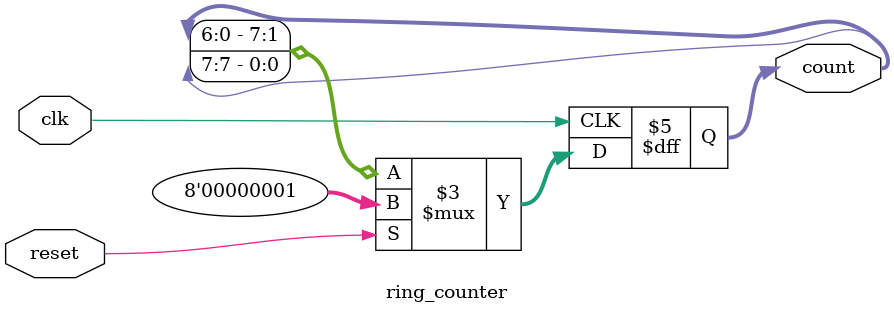
<source format=v>
`timescale 1ns / 1ps

module ring_counter(
    input clk,reset,
    output reg [7:0]count
    );
    
    always@(posedge clk) begin
        if(reset)
            count <= 8'b0000_0001;
            
        else
            count <= { count[6:0],count[7] };  //Left Shift
    end
endmodule
</source>
